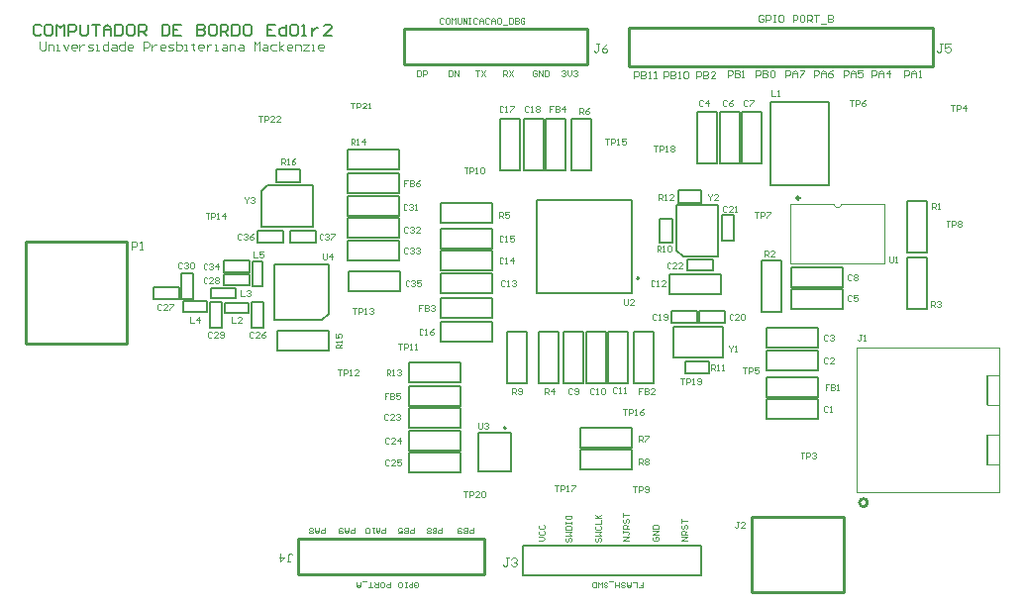
<source format=gto>
G04*
G04 #@! TF.GenerationSoftware,Altium Limited,Altium Designer,22.11.1 (43)*
G04*
G04 Layer_Color=65535*
%FSLAX44Y44*%
%MOMM*%
G71*
G04*
G04 #@! TF.SameCoordinates,C070AB6A-2F18-4790-B33B-C4DBF4FCC7D7*
G04*
G04*
G04 #@! TF.FilePolarity,Positive*
G04*
G01*
G75*
%ADD10C,0.3048*%
%ADD11C,0.1200*%
%ADD12C,0.2540*%
%ADD13C,0.2000*%
%ADD14C,0.2500*%
%ADD15C,0.1270*%
%ADD16C,0.1524*%
%ADD17C,0.1016*%
%ADD18C,0.1500*%
%ADD19C,0.0850*%
%ADD20C,0.0900*%
D10*
X866394Y527050D02*
G03*
X866394Y527050I-254J0D01*
G01*
D11*
X1034165Y590550D02*
G03*
X1040515Y590550I3175J0D01*
G01*
X996950D02*
X1034165D01*
X1040515D02*
X1076960D01*
Y539750D02*
Y590550D01*
X996950Y539750D02*
X1076960D01*
X996950D02*
Y590550D01*
X566316Y284791D02*
X568649D01*
X567482D01*
Y290623D01*
X568649Y291789D01*
X569815D01*
X570981Y290623D01*
X560485Y291789D02*
Y284791D01*
X563984Y288290D01*
X559319D01*
X1126594Y727399D02*
X1124261D01*
X1125427D01*
Y721567D01*
X1124261Y720401D01*
X1123095D01*
X1121928Y721567D01*
X1133592Y727399D02*
X1128926D01*
Y723900D01*
X1131259Y725066D01*
X1132425D01*
X1133592Y723900D01*
Y721567D01*
X1132425Y720401D01*
X1130093D01*
X1128926Y721567D01*
X433485Y551491D02*
Y558489D01*
X436984D01*
X438150Y557323D01*
Y554990D01*
X436984Y553824D01*
X433485D01*
X440483Y551491D02*
X442815D01*
X441649D01*
Y558489D01*
X440483Y557323D01*
X833224Y727399D02*
X830891D01*
X832057D01*
Y721567D01*
X830891Y720401D01*
X829725D01*
X828559Y721567D01*
X840221Y727399D02*
X837889Y726233D01*
X835556Y723900D01*
Y721567D01*
X836723Y720401D01*
X839055D01*
X840221Y721567D01*
Y722734D01*
X839055Y723900D01*
X835556D01*
X755754Y287979D02*
X753421D01*
X754587D01*
Y282147D01*
X753421Y280981D01*
X752255D01*
X751088Y282147D01*
X758086Y286813D02*
X759253Y287979D01*
X761585D01*
X762751Y286813D01*
Y285646D01*
X761585Y284480D01*
X760419D01*
X761585D01*
X762751Y283314D01*
Y282147D01*
X761585Y280981D01*
X759253D01*
X758086Y282147D01*
D12*
X1004570Y595630D02*
G03*
X1004570Y595630I-1270J0D01*
G01*
X1062569Y335280D02*
G03*
X1062569Y335280I-3389J0D01*
G01*
X666750Y709930D02*
Y740410D01*
X822960Y709930D02*
Y740410D01*
X666750Y709930D02*
X822960D01*
X666750Y740410D02*
X822960D01*
X666750Y709930D02*
Y740410D01*
X822960Y709930D02*
Y740410D01*
X666750Y709930D02*
X822960D01*
X666750Y740410D02*
X822960D01*
X575720Y273560D02*
X735330D01*
X575720Y304800D02*
X735330D01*
X575720Y273560D02*
Y304800D01*
X735330Y273560D02*
Y304800D01*
X858520Y741170D02*
X1118460D01*
X858520Y708660D02*
X1118460D01*
Y741170D01*
X858520Y708660D02*
Y741170D01*
X964000Y322830D02*
X1042000D01*
X964000Y258830D02*
X1042000D01*
Y322830D01*
X964000Y258830D02*
Y322830D01*
D13*
X753720Y399150D02*
G03*
X753720Y399150I-1000J0D01*
G01*
X555380Y491180D02*
Y538932D01*
X602370D01*
Y497022D02*
Y538932D01*
X596528Y491180D02*
X602370Y497022D01*
X555380Y491180D02*
X596528D01*
X920750Y273050D02*
Y298450D01*
X768350Y273050D02*
Y298450D01*
Y273050D02*
X920750D01*
X768350Y298450D02*
X920750D01*
X934722Y545846D02*
Y589534D01*
X899670D02*
X934722D01*
X899670Y551180D02*
Y589534D01*
Y551180D02*
X905004Y545846D01*
X934722D01*
X544576Y571498D02*
X588264D01*
Y606550D01*
X549910D02*
X588264D01*
X544576Y601216D02*
X549910Y606550D01*
X544576Y571498D02*
Y601216D01*
X896420Y459232D02*
Y485394D01*
X939346D01*
Y459232D02*
Y485394D01*
X896420Y459232D02*
X939346D01*
X1004570Y607120D02*
X1029570D01*
Y678120D01*
X979570D02*
X1029570D01*
X979570Y607120D02*
Y678120D01*
Y607120D02*
X1004570D01*
D14*
X343080Y558620D02*
X429080D01*
X343080Y471620D02*
Y558620D01*
Y471620D02*
X429080D01*
Y558620D01*
D15*
X662080Y542680D02*
Y559680D01*
X618080Y542680D02*
Y559680D01*
Y542680D02*
X662080D01*
X618082Y559680D02*
X662080D01*
Y561730D02*
Y578730D01*
X618080Y561730D02*
Y578730D01*
Y561730D02*
X662080D01*
X618082Y578730D02*
X662080D01*
Y580780D02*
Y597780D01*
X618080Y580780D02*
Y597780D01*
Y580780D02*
X662080D01*
X618082Y597780D02*
X662080D01*
X618082Y616830D02*
X662080D01*
X618080Y599830D02*
X662080D01*
X618080D02*
Y616830D01*
X662080Y599830D02*
Y616830D01*
X618080Y599830D02*
Y616830D01*
Y599830D02*
X662080D01*
Y616830D01*
X618082D02*
X662080D01*
X618082Y637150D02*
X662080D01*
X618080Y620150D02*
X662080D01*
X618080D02*
Y637150D01*
X662080Y620150D02*
Y637150D01*
X1096400Y548800D02*
X1113400D01*
X1096400Y592800D02*
X1113400D01*
X1096400Y548800D02*
Y592800D01*
X1113400Y548800D02*
Y592798D01*
X955430Y625700D02*
X972430D01*
X955430Y669700D02*
X972430D01*
X955430Y625700D02*
Y669700D01*
X972430Y625700D02*
Y669698D01*
X971940Y498130D02*
X988940D01*
X971940Y542130D02*
X988940D01*
X971940Y498130D02*
Y542130D01*
X988940Y498130D02*
Y542128D01*
X1096400Y501240D02*
X1113400D01*
X1096400Y545240D02*
X1113400D01*
X1096400Y501240D02*
Y545240D01*
X1113400Y501240D02*
Y545238D01*
X781440Y437740D02*
X798440D01*
X781440Y481740D02*
X798440D01*
X781440Y437740D02*
Y481740D01*
X798440Y437740D02*
Y481738D01*
X698090Y574430D02*
Y591430D01*
X742090Y574430D02*
Y591430D01*
X698090D02*
X742090D01*
X698090Y574430D02*
X742088D01*
X809380Y663350D02*
X826380D01*
X809380Y619350D02*
X826380D01*
Y663350D01*
X809380Y619352D02*
Y663350D01*
X817470Y382660D02*
Y399660D01*
X861470Y382660D02*
Y399660D01*
X817470D02*
X861470D01*
X817470Y382660D02*
X861468D01*
X817470Y363610D02*
Y380610D01*
X861470Y363610D02*
Y380610D01*
X817470D02*
X861470D01*
X817470Y363610D02*
X861468D01*
X754770Y437740D02*
X771770D01*
X754770Y481740D02*
X771770D01*
X754770Y437740D02*
Y481740D01*
X771770Y437740D02*
Y481738D01*
X670720Y438540D02*
Y455540D01*
X714720Y438540D02*
Y455540D01*
X670720D02*
X714720D01*
X670720Y438540D02*
X714718D01*
X558390Y465210D02*
Y482210D01*
X602390Y465210D02*
Y482210D01*
X558390D02*
X602390D01*
X558390Y465210D02*
X602388D01*
X884936Y577596D02*
X895604D01*
X884936Y557784D02*
X895604D01*
X884936D02*
Y577596D01*
X895604Y557784D02*
Y577596D01*
X926846Y445516D02*
Y456184D01*
X907034Y445516D02*
Y456184D01*
X926846D01*
X907034Y445516D02*
X926846D01*
X900684Y591566D02*
Y602234D01*
X920496Y591566D02*
Y602234D01*
X900684Y591566D02*
X920496D01*
X900684Y602234D02*
X920496D01*
X577316Y609346D02*
Y620014D01*
X557504Y609346D02*
Y620014D01*
X577316D01*
X557504Y609346D02*
X577316D01*
X976222Y442840D02*
X1020220D01*
Y425840D02*
Y442840D01*
X976220Y425840D02*
X1020220D01*
X976220D02*
Y442840D01*
X1020220Y425840D02*
Y442840D01*
X976220Y425840D02*
Y442840D01*
Y425840D02*
X1020220D01*
X976222Y442840D02*
X1020220D01*
X879720Y437740D02*
Y481738D01*
X862720Y437740D02*
X879720D01*
X862720D02*
Y481740D01*
X879720D01*
X862720Y437740D02*
X879720D01*
X862720Y481740D02*
X879720D01*
X862720Y437740D02*
Y481740D01*
X879720Y437740D02*
Y481738D01*
X698090Y493150D02*
X742088D01*
X698090D02*
Y510150D01*
X742090D01*
Y493150D02*
Y510150D01*
X698090Y493150D02*
Y510150D01*
X742090Y493150D02*
Y510150D01*
X698090D02*
X742090D01*
X698090Y493150D02*
X742088D01*
X787790Y619352D02*
Y663350D01*
X804790D01*
Y619350D02*
Y663350D01*
X787790Y619350D02*
X804790D01*
X787790Y663350D02*
X804790D01*
X787790Y619350D02*
X804790D01*
Y663350D01*
X787790Y619352D02*
Y663350D01*
X670720Y418220D02*
X714718D01*
X670720D02*
Y435220D01*
X714720D01*
Y418220D02*
Y435220D01*
X670720Y418220D02*
Y435220D01*
X714720Y418220D02*
Y435220D01*
X670720D02*
X714720D01*
X670720Y418220D02*
X714718D01*
X512826Y497078D02*
Y506094D01*
Y497078D02*
X533400D01*
X533620Y497094D02*
Y506094D01*
X512826D02*
X533620D01*
X501396Y509778D02*
Y518794D01*
Y509778D02*
X521970D01*
X522190Y509794D02*
Y518794D01*
X501396D02*
X522190D01*
X477266Y498348D02*
Y507364D01*
Y498348D02*
X497840D01*
X498060Y498364D02*
Y507364D01*
X477266D02*
X498060D01*
X536576Y520446D02*
X545592D01*
Y541020D01*
X536576Y541240D02*
X545576D01*
X536576Y520446D02*
Y541240D01*
X976220Y406790D02*
X1020218D01*
X976220Y423790D02*
X1020220D01*
Y406790D02*
Y423790D01*
X976220Y406790D02*
Y423790D01*
X976222Y465700D02*
X1020220D01*
X976220Y448700D02*
X1020220D01*
X976220D02*
Y465700D01*
X1020220Y448700D02*
Y465700D01*
X976222Y484750D02*
X1020220D01*
X976220Y467750D02*
X1020220D01*
X976220D02*
Y484750D01*
X1020220Y467750D02*
Y484750D01*
X997812Y517770D02*
X1041810D01*
X997810Y500770D02*
X1041810D01*
X997810D02*
Y517770D01*
X1041810Y500770D02*
Y517770D01*
X997810Y519820D02*
X1041808D01*
X997810Y536820D02*
X1041810D01*
Y519820D02*
Y536820D01*
X997810Y519820D02*
Y536820D01*
X820030Y437740D02*
Y481738D01*
X803030Y437740D02*
Y481740D01*
X820030D01*
X803030Y437740D02*
X820030D01*
X839080D02*
Y481738D01*
X822080Y437740D02*
Y481740D01*
X839080D01*
X822080Y437740D02*
X839080D01*
X858130D02*
Y481738D01*
X841130Y437740D02*
Y481740D01*
X858130D01*
X841130Y437740D02*
X858130D01*
X893672Y530470D02*
X937670D01*
X893670Y513470D02*
X937670D01*
X893670D02*
Y530470D01*
X937670Y513470D02*
Y530470D01*
X698090Y514740D02*
X742088D01*
X698090Y531740D02*
X742090D01*
Y514740D02*
Y531740D01*
X698090Y514740D02*
Y531740D01*
Y533790D02*
X742088D01*
X698090Y550790D02*
X742090D01*
Y533790D02*
Y550790D01*
X698090Y533790D02*
Y550790D01*
Y552840D02*
X742088D01*
X698090Y569840D02*
X742090D01*
Y552840D02*
Y569840D01*
X698090Y552840D02*
Y569840D01*
X698092Y489830D02*
X742090D01*
X698090Y472830D02*
X742090D01*
X698090D02*
Y489830D01*
X742090Y472830D02*
Y489830D01*
X765420Y619350D02*
Y663348D01*
X748420Y619350D02*
Y663350D01*
X765420D01*
X748420Y619350D02*
X765420D01*
X768740Y619352D02*
Y663350D01*
X785740Y619350D02*
Y663350D01*
X768740Y619350D02*
X785740D01*
X768740Y663350D02*
X785740D01*
X670720Y399170D02*
X714718D01*
X670720Y416170D02*
X714720D01*
Y399170D02*
Y416170D01*
X670720Y399170D02*
Y416170D01*
Y380120D02*
X714718D01*
X670720Y397120D02*
X714720D01*
Y380120D02*
Y397120D01*
X670720Y380120D02*
Y397120D01*
Y361070D02*
X714718D01*
X670720Y378070D02*
X714720D01*
Y361070D02*
Y378070D01*
X670720Y361070D02*
Y378070D01*
X618652Y533010D02*
X662650D01*
X618650Y516010D02*
X662650D01*
X618650D02*
Y533010D01*
X662650Y516010D02*
Y533010D01*
X895360Y489030D02*
Y499030D01*
X917360D01*
Y489030D02*
Y499030D01*
X895360Y489030D02*
X917360D01*
X919060D02*
Y499030D01*
X941060D01*
Y489030D02*
Y499030D01*
X919060Y489030D02*
X941060D01*
X938610Y559230D02*
X948610D01*
X938610D02*
Y581230D01*
X948610D01*
Y559230D02*
Y581230D01*
X930480Y533480D02*
Y543480D01*
X908480Y533480D02*
X930480D01*
X908480D02*
Y543480D01*
X930480D01*
X536020Y507150D02*
X546020D01*
Y485150D02*
Y507150D01*
X536020Y485150D02*
X546020D01*
X536020D02*
Y507150D01*
X474550Y509350D02*
Y519350D01*
X452550Y509350D02*
X474550D01*
X452550D02*
Y519350D01*
X474550D01*
X534240Y520780D02*
Y530780D01*
X512240Y520780D02*
X534240D01*
X512240D02*
Y530780D01*
X534240D01*
X500460Y507150D02*
X510460D01*
Y485150D02*
Y507150D01*
X500460Y485150D02*
X510460D01*
X500460D02*
Y507150D01*
X476330Y531700D02*
X486330D01*
Y509700D02*
Y531700D01*
X476330Y509700D02*
X486330D01*
X476330D02*
Y531700D01*
X512240Y532210D02*
Y542210D01*
X534240D01*
Y532210D02*
Y542210D01*
X512240Y532210D02*
X534240D01*
X541450Y557610D02*
Y567610D01*
X563450D01*
Y557610D02*
Y567610D01*
X541450Y557610D02*
X563450D01*
X591390D02*
Y567610D01*
X569390Y557610D02*
X591390D01*
X569390D02*
Y567610D01*
X591390D01*
X917330Y625700D02*
X934330D01*
X917330Y669700D02*
X934330D01*
X917330Y625700D02*
Y669700D01*
X934330Y625700D02*
Y669698D01*
X936380Y625700D02*
X953380D01*
X936380Y669700D02*
X953380D01*
X936380Y625700D02*
Y669700D01*
X953380Y625700D02*
Y669698D01*
D16*
X861060Y514350D02*
Y594360D01*
X779780Y514350D02*
Y594360D01*
Y514350D02*
X861060D01*
X779780Y594360D02*
X861060D01*
D17*
X1053084Y344424D02*
X1175004D01*
X1053084Y468122D02*
X1175004D01*
X1053084Y344424D02*
Y468122D01*
X1175004Y344424D02*
Y468122D01*
X1165207Y368300D02*
X1174420D01*
X1165207Y393700D02*
X1174420D01*
X1165207Y419100D02*
X1174420D01*
X1165207Y444500D02*
X1174420D01*
D18*
X1165207Y368300D02*
Y393516D01*
Y419285D02*
Y444500D01*
X730220Y394960D02*
X758221D01*
X730220Y361959D02*
X758221D01*
Y394960D01*
X730220Y361959D02*
Y394960D01*
X758221D01*
X730220Y361959D02*
X758221D01*
Y394960D01*
X730220Y361959D02*
Y394960D01*
X758221D01*
X730220Y361959D02*
X758221D01*
Y394960D01*
X730220Y361959D02*
Y394960D01*
X758221D01*
X730220Y361959D02*
X758221D01*
Y394960D01*
X730220Y361959D02*
Y394960D01*
X758221D01*
X730220Y361959D02*
X758221D01*
Y394960D01*
X730220Y361959D02*
Y394960D01*
X758221D01*
X730220Y361959D02*
X758221D01*
Y394960D01*
X730220Y361959D02*
Y394960D01*
X758221D01*
X730220Y361959D02*
X758221D01*
Y394960D01*
X730220Y361959D02*
Y394960D01*
X758221D01*
X730220Y361959D02*
X758221D01*
Y394960D01*
X730220Y361959D02*
Y394960D01*
X758221D01*
X730220Y361959D02*
X758221D01*
Y394960D01*
X730220Y361959D02*
Y394960D01*
X758221D01*
X730220Y361959D02*
X758221D01*
Y394960D01*
X730220Y361959D02*
Y394960D01*
X758221D01*
X730220Y361959D02*
X758221D01*
Y394960D01*
X730220Y361959D02*
Y394960D01*
X758221D01*
X730220Y361959D02*
X758221D01*
Y394960D01*
X730220Y361959D02*
Y394960D01*
X758221D01*
X730220Y361959D02*
X758221D01*
Y394960D01*
X730220Y361959D02*
Y394960D01*
X758221D01*
X730220Y361959D02*
X758221D01*
Y394960D01*
X730220Y361959D02*
Y394960D01*
X758221D01*
X730220Y361959D02*
X758221D01*
Y394960D01*
X730220Y361959D02*
Y394960D01*
X758221D01*
X730220Y361959D02*
X758221D01*
Y394960D01*
X730220Y361959D02*
Y394960D01*
X758221D01*
X730220Y361959D02*
X758221D01*
Y394960D01*
X730220Y361959D02*
Y394960D01*
X758221D01*
X730220Y361959D02*
X758221D01*
Y394960D01*
X730220Y361959D02*
Y394960D01*
X758221D01*
X730220Y361959D02*
X758221D01*
Y394960D01*
X730220Y361959D02*
Y394960D01*
X758221D01*
X730220Y361959D02*
X758221D01*
Y394960D01*
X730220Y361959D02*
Y394960D01*
X758221D01*
X730220Y361959D02*
X758221D01*
Y394960D01*
X730220Y361959D02*
Y394960D01*
X758221D01*
X730220Y361959D02*
X758221D01*
Y394960D01*
X730220Y361959D02*
Y394960D01*
X758221D01*
X730220Y361959D02*
X758221D01*
Y394960D01*
X730220Y361959D02*
Y394960D01*
X758221D01*
X730220Y361959D02*
X758221D01*
Y394960D01*
X730220Y361959D02*
Y394960D01*
X758221D01*
X730220Y361959D02*
X758221D01*
Y394960D01*
X730220Y361959D02*
Y394960D01*
X758221D01*
X730220Y361959D02*
X758221D01*
Y394960D01*
X730220Y361959D02*
Y394960D01*
X758221D01*
X730220Y361959D02*
X758221D01*
Y394960D01*
X730220Y361959D02*
Y394960D01*
X758221D01*
X730220Y361959D02*
X758221D01*
Y394960D01*
X730220Y361959D02*
Y394960D01*
X758221D01*
X730220Y361959D02*
X758221D01*
Y394960D01*
X730220Y361959D02*
Y394960D01*
X758221D01*
X730220Y361959D02*
X758221D01*
Y394960D01*
X730220Y361959D02*
Y394960D01*
X758221D01*
X730220Y361959D02*
X758221D01*
Y394960D01*
X730220Y361959D02*
Y394960D01*
X758221D01*
X730220Y361959D02*
X758221D01*
Y394960D01*
X730220Y361959D02*
Y394960D01*
X356144Y742621D02*
X354478Y744287D01*
X351146D01*
X349480Y742621D01*
Y735956D01*
X351146Y734290D01*
X354478D01*
X356144Y735956D01*
X364475Y744287D02*
X361143D01*
X359477Y742621D01*
Y735956D01*
X361143Y734290D01*
X364475D01*
X366141Y735956D01*
Y742621D01*
X364475Y744287D01*
X369473Y734290D02*
Y744287D01*
X372806Y740955D01*
X376138Y744287D01*
Y734290D01*
X379470D02*
Y744287D01*
X384469D01*
X386135Y742621D01*
Y739288D01*
X384469Y737622D01*
X379470D01*
X389467Y744287D02*
Y735956D01*
X391133Y734290D01*
X394465D01*
X396132Y735956D01*
Y744287D01*
X399464D02*
X406128D01*
X402796D01*
Y734290D01*
X409461D02*
Y740955D01*
X412793Y744287D01*
X416125Y740955D01*
Y734290D01*
Y739288D01*
X409461D01*
X419457Y744287D02*
Y734290D01*
X424456D01*
X426122Y735956D01*
Y742621D01*
X424456Y744287D01*
X419457D01*
X434453D02*
X431120D01*
X429454Y742621D01*
Y735956D01*
X431120Y734290D01*
X434453D01*
X436119Y735956D01*
Y742621D01*
X434453Y744287D01*
X439451Y734290D02*
Y744287D01*
X444449D01*
X446115Y742621D01*
Y739288D01*
X444449Y737622D01*
X439451D01*
X442783D02*
X446115Y734290D01*
X459445Y744287D02*
Y734290D01*
X464443D01*
X466109Y735956D01*
Y742621D01*
X464443Y744287D01*
X459445D01*
X476106D02*
X469441D01*
Y734290D01*
X476106D01*
X469441Y739288D02*
X472774D01*
X489435Y744287D02*
Y734290D01*
X494433D01*
X496099Y735956D01*
Y737622D01*
X494433Y739288D01*
X489435D01*
X494433D01*
X496099Y740955D01*
Y742621D01*
X494433Y744287D01*
X489435D01*
X504430D02*
X501098D01*
X499432Y742621D01*
Y735956D01*
X501098Y734290D01*
X504430D01*
X506096Y735956D01*
Y742621D01*
X504430Y744287D01*
X509428Y734290D02*
Y744287D01*
X514427D01*
X516093Y742621D01*
Y739288D01*
X514427Y737622D01*
X509428D01*
X512761D02*
X516093Y734290D01*
X519425Y744287D02*
Y734290D01*
X524424D01*
X526090Y735956D01*
Y742621D01*
X524424Y744287D01*
X519425D01*
X534420D02*
X531088D01*
X529422Y742621D01*
Y735956D01*
X531088Y734290D01*
X534420D01*
X536087Y735956D01*
Y742621D01*
X534420Y744287D01*
X556080D02*
X549416D01*
Y734290D01*
X556080D01*
X549416Y739288D02*
X552748D01*
X566077Y744287D02*
Y734290D01*
X561078D01*
X559412Y735956D01*
Y739288D01*
X561078Y740955D01*
X566077D01*
X569409Y742621D02*
X571075Y744287D01*
X574408D01*
X576074Y742621D01*
Y735956D01*
X574408Y734290D01*
X571075D01*
X569409Y735956D01*
Y742621D01*
X579406Y734290D02*
X582738D01*
X581072D01*
Y744287D01*
X579406Y742621D01*
X587737Y740955D02*
Y734290D01*
Y737622D01*
X589403Y739288D01*
X591069Y740955D01*
X592735D01*
X604398Y734290D02*
X597733D01*
X604398Y740955D01*
Y742621D01*
X602732Y744287D01*
X599399D01*
X597733Y742621D01*
D19*
X677760Y704518D02*
Y699520D01*
X680259D01*
X681092Y700353D01*
Y703685D01*
X680259Y704518D01*
X677760D01*
X682758Y699520D02*
Y704518D01*
X685257D01*
X686091Y703685D01*
Y702019D01*
X685257Y701186D01*
X682758D01*
X751420Y699520D02*
Y704518D01*
X753919D01*
X754752Y703685D01*
Y702019D01*
X753919Y701186D01*
X751420D01*
X753086D02*
X754752Y699520D01*
X756418Y704518D02*
X759751Y699520D01*
Y704518D02*
X756418Y699520D01*
X727290Y704518D02*
X730622D01*
X728956D01*
Y699520D01*
X732288Y704518D02*
X735621Y699520D01*
Y704518D02*
X732288Y699520D01*
X780152Y703685D02*
X779319Y704518D01*
X777653D01*
X776820Y703685D01*
Y700353D01*
X777653Y699520D01*
X779319D01*
X780152Y700353D01*
Y702019D01*
X778486D01*
X781818Y699520D02*
Y704518D01*
X785151Y699520D01*
Y704518D01*
X786817D02*
Y699520D01*
X789316D01*
X790149Y700353D01*
Y703685D01*
X789316Y704518D01*
X786817D01*
X704430D02*
Y699520D01*
X706929D01*
X707762Y700353D01*
Y703685D01*
X706929Y704518D01*
X704430D01*
X709428Y699520D02*
Y704518D01*
X712761Y699520D01*
Y704518D01*
X800950Y703685D02*
X801783Y704518D01*
X803449D01*
X804282Y703685D01*
Y702852D01*
X803449Y702019D01*
X802616D01*
X803449D01*
X804282Y701186D01*
Y700353D01*
X803449Y699520D01*
X801783D01*
X800950Y700353D01*
X805948Y704518D02*
Y701186D01*
X807615Y699520D01*
X809281Y701186D01*
Y704518D01*
X810947Y703685D02*
X811780Y704518D01*
X813446D01*
X814279Y703685D01*
Y702852D01*
X813446Y702019D01*
X812613D01*
X813446D01*
X814279Y701186D01*
Y700353D01*
X813446Y699520D01*
X811780D01*
X810947Y700353D01*
X700142Y748798D02*
X699309Y749631D01*
X697643D01*
X696810Y748798D01*
Y745466D01*
X697643Y744633D01*
X699309D01*
X700142Y745466D01*
X704307Y749631D02*
X702641D01*
X701808Y748798D01*
Y745466D01*
X702641Y744633D01*
X704307D01*
X705141Y745466D01*
Y748798D01*
X704307Y749631D01*
X706807Y744633D02*
Y749631D01*
X708473Y747965D01*
X710139Y749631D01*
Y744633D01*
X711805Y749631D02*
Y745466D01*
X712638Y744633D01*
X714304D01*
X715137Y745466D01*
Y749631D01*
X716803Y744633D02*
Y749631D01*
X720136Y744633D01*
Y749631D01*
X721802D02*
X723468D01*
X722635D01*
Y744633D01*
X721802D01*
X723468D01*
X729299Y748798D02*
X728466Y749631D01*
X726800D01*
X725967Y748798D01*
Y745466D01*
X726800Y744633D01*
X728466D01*
X729299Y745466D01*
X730965Y744633D02*
Y747965D01*
X732632Y749631D01*
X734298Y747965D01*
Y744633D01*
Y747132D01*
X730965D01*
X739296Y748798D02*
X738463Y749631D01*
X736797D01*
X735964Y748798D01*
Y745466D01*
X736797Y744633D01*
X738463D01*
X739296Y745466D01*
X740962Y744633D02*
Y747965D01*
X742628Y749631D01*
X744294Y747965D01*
Y744633D01*
Y747132D01*
X740962D01*
X748460Y749631D02*
X746794D01*
X745961Y748798D01*
Y745466D01*
X746794Y744633D01*
X748460D01*
X749293Y745466D01*
Y748798D01*
X748460Y749631D01*
X750959Y743800D02*
X754291Y743800D01*
X755957Y749631D02*
Y744633D01*
X758456D01*
X759289Y745466D01*
Y748798D01*
X758456Y749631D01*
X755957D01*
X760956D02*
Y744633D01*
X763455D01*
X764288Y745466D01*
Y746299D01*
X763455Y747132D01*
X760956D01*
X763455D01*
X764288Y747965D01*
Y748798D01*
X763455Y749631D01*
X760956D01*
X769286Y748798D02*
X768453Y749631D01*
X766787D01*
X765954Y748798D01*
Y745466D01*
X766787Y744633D01*
X768453D01*
X769286Y745466D01*
Y747132D01*
X767620D01*
X675268Y263392D02*
X676101Y262559D01*
X677767D01*
X678600Y263392D01*
Y266724D01*
X677767Y267557D01*
X676101D01*
X675268Y266724D01*
Y265058D01*
X676934D01*
X673602Y267557D02*
Y262559D01*
X671103D01*
X670269Y263392D01*
Y265058D01*
X671103Y265891D01*
X673602D01*
X668603Y262559D02*
X666937D01*
X667770D01*
Y267557D01*
X668603D01*
X666937D01*
X661939Y262559D02*
X663605D01*
X664438Y263392D01*
Y266724D01*
X663605Y267557D01*
X661939D01*
X661106Y266724D01*
Y263392D01*
X661939Y262559D01*
X654441Y267557D02*
Y262559D01*
X651942D01*
X651109Y263392D01*
Y265058D01*
X651942Y265891D01*
X654441D01*
X646944Y262559D02*
X648610D01*
X649443Y263392D01*
Y266724D01*
X648610Y267557D01*
X646944D01*
X646111Y266724D01*
Y263392D01*
X646944Y262559D01*
X644445Y267557D02*
Y262559D01*
X641945D01*
X641112Y263392D01*
Y265058D01*
X641945Y265891D01*
X644445D01*
X642778D02*
X641112Y267557D01*
X639446Y262559D02*
X636114D01*
X637780D01*
Y267557D01*
X634448Y268390D02*
X631115D01*
X629449Y267557D02*
Y264225D01*
X627783Y262559D01*
X626117Y264225D01*
Y267557D01*
Y265058D01*
X629449D01*
X598590Y314110D02*
Y309111D01*
X596091D01*
X595258Y309945D01*
Y311611D01*
X596091Y312444D01*
X598590D01*
X593592Y314110D02*
Y310778D01*
X591926Y309111D01*
X590259Y310778D01*
Y314110D01*
Y311611D01*
X593592D01*
X588593Y309945D02*
X587760Y309111D01*
X586094D01*
X585261Y309945D01*
Y310778D01*
X586094Y311611D01*
X585261Y312444D01*
Y313277D01*
X586094Y314110D01*
X587760D01*
X588593Y313277D01*
Y312444D01*
X587760Y311611D01*
X588593Y310778D01*
Y309945D01*
X587760Y311611D02*
X586094D01*
X650660Y314110D02*
Y309112D01*
X648161D01*
X647328Y309945D01*
Y311611D01*
X648161Y312444D01*
X650660D01*
X645662Y314110D02*
Y310778D01*
X643996Y309112D01*
X642329Y310778D01*
Y314110D01*
Y311611D01*
X645662D01*
X640663Y314110D02*
X638997D01*
X639830D01*
Y309112D01*
X640663Y309945D01*
X636498D02*
X635665Y309112D01*
X633999D01*
X633166Y309945D01*
Y313277D01*
X633999Y314110D01*
X635665D01*
X636498Y313277D01*
Y309945D01*
X623990Y314110D02*
Y309111D01*
X621491D01*
X620658Y309945D01*
Y311611D01*
X621491Y312444D01*
X623990D01*
X618992Y314110D02*
Y310778D01*
X617326Y309111D01*
X615659Y310778D01*
Y314110D01*
Y311611D01*
X618992D01*
X613993Y313277D02*
X613160Y314110D01*
X611494D01*
X610661Y313277D01*
Y309945D01*
X611494Y309111D01*
X613160D01*
X613993Y309945D01*
Y310778D01*
X613160Y311611D01*
X610661D01*
X698920Y314110D02*
Y309111D01*
X696421D01*
X695588Y309945D01*
Y311611D01*
X696421Y312444D01*
X698920D01*
X693922Y309111D02*
Y314110D01*
X691422D01*
X690589Y313277D01*
Y312444D01*
X691422Y311611D01*
X693922D01*
X691422D01*
X690589Y310778D01*
Y309945D01*
X691422Y309111D01*
X693922D01*
X688923Y309945D02*
X688090Y309111D01*
X686424D01*
X685591Y309945D01*
Y310778D01*
X686424Y311611D01*
X685591Y312444D01*
Y313277D01*
X686424Y314110D01*
X688090D01*
X688923Y313277D01*
Y312444D01*
X688090Y311611D01*
X688923Y310778D01*
Y309945D01*
X688090Y311611D02*
X686424D01*
X674790Y314110D02*
Y309111D01*
X672291D01*
X671458Y309945D01*
Y311611D01*
X672291Y312444D01*
X674790D01*
X669792Y309111D02*
Y314110D01*
X667292D01*
X666459Y313277D01*
Y312444D01*
X667292Y311611D01*
X669792D01*
X667292D01*
X666459Y310778D01*
Y309945D01*
X667292Y309111D01*
X669792D01*
X661461D02*
X664793D01*
Y311611D01*
X663127Y310778D01*
X662294D01*
X661461Y311611D01*
Y313277D01*
X662294Y314110D01*
X663960D01*
X664793Y313277D01*
X725590Y314110D02*
Y309111D01*
X723091D01*
X722258Y309945D01*
Y311611D01*
X723091Y312444D01*
X725590D01*
X720592Y309111D02*
Y314110D01*
X718092D01*
X717259Y313277D01*
Y312444D01*
X718092Y311611D01*
X720592D01*
X718092D01*
X717259Y310778D01*
Y309945D01*
X718092Y309111D01*
X720592D01*
X715593Y313277D02*
X714760Y314110D01*
X713094D01*
X712261Y313277D01*
Y309945D01*
X713094Y309111D01*
X714760D01*
X715593Y309945D01*
Y310778D01*
X714760Y311611D01*
X712261D01*
X863180Y698080D02*
Y704078D01*
X866179D01*
X867179Y703078D01*
Y701079D01*
X866179Y700079D01*
X863180D01*
X869178Y704078D02*
Y698080D01*
X872177D01*
X873177Y699080D01*
Y700079D01*
X872177Y701079D01*
X869178D01*
X872177D01*
X873177Y702079D01*
Y703078D01*
X872177Y704078D01*
X869178D01*
X875176Y698080D02*
X877176D01*
X876176D01*
Y704078D01*
X875176Y703078D01*
X880174Y698080D02*
X882174D01*
X881174D01*
Y704078D01*
X880174Y703078D01*
X888580Y698080D02*
Y704078D01*
X891579D01*
X892579Y703078D01*
Y701079D01*
X891579Y700079D01*
X888580D01*
X894578Y704078D02*
Y698080D01*
X897577D01*
X898577Y699080D01*
Y700079D01*
X897577Y701079D01*
X894578D01*
X897577D01*
X898577Y702079D01*
Y703078D01*
X897577Y704078D01*
X894578D01*
X900576Y698080D02*
X902576D01*
X901576D01*
Y704078D01*
X900576Y703078D01*
X905574D02*
X906574Y704078D01*
X908574D01*
X909573Y703078D01*
Y699080D01*
X908574Y698080D01*
X906574D01*
X905574Y699080D01*
Y703078D01*
X916520Y698080D02*
Y704078D01*
X919519D01*
X920519Y703078D01*
Y701079D01*
X919519Y700079D01*
X916520D01*
X922518Y704078D02*
Y698080D01*
X925517D01*
X926517Y699080D01*
Y700079D01*
X925517Y701079D01*
X922518D01*
X925517D01*
X926517Y702079D01*
Y703078D01*
X925517Y704078D01*
X922518D01*
X932515Y698080D02*
X928516D01*
X932515Y702079D01*
Y703078D01*
X931515Y704078D01*
X929516D01*
X928516Y703078D01*
X943190Y699020D02*
Y705018D01*
X946189D01*
X947189Y704018D01*
Y702019D01*
X946189Y701019D01*
X943190D01*
X949188Y705018D02*
Y699020D01*
X952187D01*
X953187Y700020D01*
Y701019D01*
X952187Y702019D01*
X949188D01*
X952187D01*
X953187Y703019D01*
Y704018D01*
X952187Y705018D01*
X949188D01*
X955186Y699020D02*
X957186D01*
X956186D01*
Y705018D01*
X955186Y704018D01*
X973859Y751068D02*
X972859Y752068D01*
X970860D01*
X969860Y751068D01*
Y747069D01*
X970860Y746070D01*
X972859D01*
X973859Y747069D01*
Y749069D01*
X971859D01*
X975858Y746070D02*
Y752068D01*
X978857D01*
X979857Y751068D01*
Y749069D01*
X978857Y748069D01*
X975858D01*
X981856Y752068D02*
X983856D01*
X982856D01*
Y746070D01*
X981856D01*
X983856D01*
X989854Y752068D02*
X987854D01*
X986854Y751068D01*
Y747069D01*
X987854Y746070D01*
X989854D01*
X990853Y747069D01*
Y751068D01*
X989854Y752068D01*
X998851Y746070D02*
Y752068D01*
X1001850D01*
X1002849Y751068D01*
Y749069D01*
X1001850Y748069D01*
X998851D01*
X1007848Y752068D02*
X1005848D01*
X1004849Y751068D01*
Y747069D01*
X1005848Y746070D01*
X1007848D01*
X1008847Y747069D01*
Y751068D01*
X1007848Y752068D01*
X1010847Y746070D02*
Y752068D01*
X1013846D01*
X1014845Y751068D01*
Y749069D01*
X1013846Y748069D01*
X1010847D01*
X1012846D02*
X1014845Y746070D01*
X1016845Y752068D02*
X1020843D01*
X1018844D01*
Y746070D01*
X1022843Y745070D02*
X1026842D01*
X1028841Y752068D02*
Y746070D01*
X1031840D01*
X1032840Y747069D01*
Y748069D01*
X1031840Y749069D01*
X1028841D01*
X1031840D01*
X1032840Y750068D01*
Y751068D01*
X1031840Y752068D01*
X1028841D01*
X1094320Y699020D02*
Y705018D01*
X1097319D01*
X1098319Y704018D01*
Y702019D01*
X1097319Y701019D01*
X1094320D01*
X1100318Y699020D02*
Y703019D01*
X1102317Y705018D01*
X1104317Y703019D01*
Y699020D01*
Y702019D01*
X1100318D01*
X1106316Y699020D02*
X1108316D01*
X1107316D01*
Y705018D01*
X1106316Y704018D01*
X1066380Y699020D02*
Y705018D01*
X1069379D01*
X1070379Y704018D01*
Y702019D01*
X1069379Y701019D01*
X1066380D01*
X1072378Y699020D02*
Y703019D01*
X1074377Y705018D01*
X1076377Y703019D01*
Y699020D01*
Y702019D01*
X1072378D01*
X1081375Y699020D02*
Y705018D01*
X1078376Y702019D01*
X1082375D01*
X1042250Y699020D02*
Y705018D01*
X1045249D01*
X1046249Y704018D01*
Y702019D01*
X1045249Y701019D01*
X1042250D01*
X1048248Y699020D02*
Y703019D01*
X1050247Y705018D01*
X1052247Y703019D01*
Y699020D01*
Y702019D01*
X1048248D01*
X1058245Y705018D02*
X1054246D01*
Y702019D01*
X1056245Y703019D01*
X1057245D01*
X1058245Y702019D01*
Y700020D01*
X1057245Y699020D01*
X1055246D01*
X1054246Y700020D01*
X1016850Y699020D02*
Y705018D01*
X1019849D01*
X1020849Y704018D01*
Y702019D01*
X1019849Y701019D01*
X1016850D01*
X1022848Y699020D02*
Y703019D01*
X1024847Y705018D01*
X1026847Y703019D01*
Y699020D01*
Y702019D01*
X1022848D01*
X1032845Y705018D02*
X1030845Y704018D01*
X1028846Y702019D01*
Y700020D01*
X1029846Y699020D01*
X1031845D01*
X1032845Y700020D01*
Y701019D01*
X1031845Y702019D01*
X1028846D01*
X992720Y699020D02*
Y705018D01*
X995719D01*
X996719Y704018D01*
Y702019D01*
X995719Y701019D01*
X992720D01*
X998718Y699020D02*
Y703019D01*
X1000717Y705018D01*
X1002717Y703019D01*
Y699020D01*
Y702019D01*
X998718D01*
X1004716Y705018D02*
X1008715D01*
Y704018D01*
X1004716Y700020D01*
Y699020D01*
X967320D02*
Y705018D01*
X970319D01*
X971319Y704018D01*
Y702019D01*
X970319Y701019D01*
X967320D01*
X973318Y705018D02*
Y699020D01*
X976317D01*
X977317Y700020D01*
Y701019D01*
X976317Y702019D01*
X973318D01*
X976317D01*
X977317Y703019D01*
Y704018D01*
X976317Y705018D01*
X973318D01*
X979316Y704018D02*
X980316Y705018D01*
X982315D01*
X983315Y704018D01*
Y700020D01*
X982315Y699020D01*
X980316D01*
X979316Y700020D01*
Y704018D01*
X867038Y262559D02*
X870370D01*
Y265058D01*
X868704D01*
X870370D01*
Y267557D01*
X865371Y262559D02*
Y267557D01*
X862039D01*
X860373D02*
Y264225D01*
X858707Y262559D01*
X857041Y264225D01*
Y267557D01*
Y265058D01*
X860373D01*
X852043Y263392D02*
X852876Y262559D01*
X854542D01*
X855375Y263392D01*
Y264225D01*
X854542Y265058D01*
X852876D01*
X852043Y265891D01*
Y266724D01*
X852876Y267557D01*
X854542D01*
X855375Y266724D01*
X850377Y262559D02*
Y267557D01*
Y265058D01*
X847044D01*
Y262559D01*
Y267557D01*
X845378Y268390D02*
X842046D01*
X837048Y263392D02*
X837880Y262559D01*
X839547D01*
X840380Y263392D01*
Y264225D01*
X839547Y265058D01*
X837880D01*
X837048Y265891D01*
Y266724D01*
X837880Y267557D01*
X839547D01*
X840380Y266724D01*
X835381Y262559D02*
Y267557D01*
X833715Y265891D01*
X832049Y267557D01*
Y262559D01*
X830383D02*
Y267557D01*
X827884D01*
X827051Y266724D01*
Y263392D01*
X827884Y262559D01*
X830383D01*
X880175Y306442D02*
X879342Y305609D01*
Y303943D01*
X880175Y303110D01*
X883507D01*
X884340Y303943D01*
Y305609D01*
X883507Y306442D01*
X881841D01*
Y304776D01*
X884340Y308108D02*
X879342D01*
X884340Y311441D01*
X879342D01*
Y313107D02*
X884340D01*
Y315606D01*
X883507Y316439D01*
X880175D01*
X879342Y315606D01*
Y313107D01*
X858940Y303110D02*
X853942D01*
X858940Y306442D01*
X853942D01*
Y311441D02*
Y309774D01*
Y310607D01*
X858107D01*
X858940Y309774D01*
Y308941D01*
X858107Y308108D01*
X858940Y313107D02*
X853942D01*
Y315606D01*
X854775Y316439D01*
X856441D01*
X857274Y315606D01*
Y313107D01*
Y314773D02*
X858940Y316439D01*
X854775Y321437D02*
X853942Y320604D01*
Y318938D01*
X854775Y318105D01*
X855608D01*
X856441Y318938D01*
Y320604D01*
X857274Y321437D01*
X858107D01*
X858940Y320604D01*
Y318938D01*
X858107Y318105D01*
X853942Y323103D02*
Y326436D01*
Y324770D01*
X858940D01*
X830645Y305172D02*
X829812Y304339D01*
Y302673D01*
X830645Y301840D01*
X831478D01*
X832311Y302673D01*
Y304339D01*
X833144Y305172D01*
X833977D01*
X834810Y304339D01*
Y302673D01*
X833977Y301840D01*
X829812Y306838D02*
X834810D01*
X833144Y308505D01*
X834810Y310171D01*
X829812D01*
X830645Y315169D02*
X829812Y314336D01*
Y312670D01*
X830645Y311837D01*
X833977D01*
X834810Y312670D01*
Y314336D01*
X833977Y315169D01*
X829812Y316835D02*
X834810D01*
Y320167D01*
X829812Y321833D02*
X834810D01*
X833144D01*
X829812Y325166D01*
X832311Y322667D01*
X834810Y325166D01*
X805245Y305172D02*
X804412Y304339D01*
Y302673D01*
X805245Y301840D01*
X806078D01*
X806911Y302673D01*
Y304339D01*
X807744Y305172D01*
X808577D01*
X809410Y304339D01*
Y302673D01*
X808577Y301840D01*
X804412Y306838D02*
X809410D01*
X807744Y308505D01*
X809410Y310171D01*
X804412D01*
Y311837D02*
X809410D01*
Y314336D01*
X808577Y315169D01*
X805245D01*
X804412Y314336D01*
Y311837D01*
Y316835D02*
Y318501D01*
Y317668D01*
X809410D01*
Y316835D01*
Y318501D01*
X804412Y323500D02*
Y321833D01*
X805245Y321000D01*
X808577D01*
X809410Y321833D01*
Y323500D01*
X808577Y324333D01*
X805245D01*
X804412Y323500D01*
X781552Y302870D02*
X784884D01*
X786550Y304536D01*
X784884Y306202D01*
X781552D01*
X782385Y311201D02*
X781552Y310368D01*
Y308701D01*
X782385Y307868D01*
X785717D01*
X786550Y308701D01*
Y310368D01*
X785717Y311201D01*
X782385Y316199D02*
X781552Y315366D01*
Y313700D01*
X782385Y312867D01*
X785717D01*
X786550Y313700D01*
Y315366D01*
X785717Y316199D01*
X908470Y303110D02*
X903472D01*
X908470Y306442D01*
X903472D01*
X908470Y308108D02*
X903472D01*
Y310607D01*
X904305Y311441D01*
X905971D01*
X906804Y310607D01*
Y308108D01*
Y309774D02*
X908470Y311441D01*
X904305Y316439D02*
X903472Y315606D01*
Y313940D01*
X904305Y313107D01*
X905138D01*
X905971Y313940D01*
Y315606D01*
X906804Y316439D01*
X907637D01*
X908470Y315606D01*
Y313940D01*
X907637Y313107D01*
X903472Y318105D02*
Y321437D01*
Y319771D01*
X908470D01*
X596935Y548049D02*
Y543884D01*
X597768Y543051D01*
X599434D01*
X600267Y543884D01*
Y548049D01*
X604432Y543051D02*
Y548049D01*
X601933Y545550D01*
X605265D01*
X530505Y596859D02*
Y596026D01*
X532171Y594360D01*
X533837Y596026D01*
Y596859D01*
X532171Y594360D02*
Y591861D01*
X535503Y596026D02*
X536336Y596859D01*
X538002D01*
X538835Y596026D01*
Y595193D01*
X538002Y594360D01*
X537169D01*
X538002D01*
X538835Y593527D01*
Y592694D01*
X538002Y591861D01*
X536336D01*
X535503Y592694D01*
X926745Y599399D02*
Y598566D01*
X928411Y596900D01*
X930077Y598566D01*
Y599399D01*
X928411Y596900D02*
Y594401D01*
X935075D02*
X931743D01*
X935075Y597733D01*
Y598566D01*
X934242Y599399D01*
X932576D01*
X931743Y598566D01*
X944088Y469859D02*
Y469026D01*
X945754Y467360D01*
X947420Y469026D01*
Y469859D01*
X945754Y467360D02*
Y464861D01*
X949086D02*
X950752D01*
X949919D01*
Y469859D01*
X949086Y469026D01*
X729895Y403819D02*
Y399654D01*
X730728Y398821D01*
X732394D01*
X733227Y399654D01*
Y403819D01*
X734893Y402986D02*
X735726Y403819D01*
X737392D01*
X738225Y402986D01*
Y402153D01*
X737392Y401320D01*
X736559D01*
X737392D01*
X738225Y400487D01*
Y399654D01*
X737392Y398821D01*
X735726D01*
X734893Y399654D01*
X854355Y509229D02*
Y505064D01*
X855188Y504231D01*
X856854D01*
X857687Y505064D01*
Y509229D01*
X862685Y504231D02*
X859353D01*
X862685Y507563D01*
Y508396D01*
X861852Y509229D01*
X860186D01*
X859353Y508396D01*
X1081248Y546059D02*
Y541894D01*
X1082081Y541061D01*
X1083747D01*
X1084580Y541894D01*
Y546059D01*
X1086246Y541061D02*
X1087912D01*
X1087079D01*
Y546059D01*
X1086246Y545226D01*
X542290Y665906D02*
X545622D01*
X543956D01*
Y660908D01*
X547288D02*
Y665906D01*
X549787D01*
X550621Y665073D01*
Y663407D01*
X549787Y662574D01*
X547288D01*
X555619Y660908D02*
X552287D01*
X555619Y664240D01*
Y665073D01*
X554786Y665906D01*
X553120D01*
X552287Y665073D01*
X560617Y660908D02*
X557285D01*
X560617Y664240D01*
Y665073D01*
X559784Y665906D01*
X558118D01*
X557285Y665073D01*
X621030Y677336D02*
X624362D01*
X622696D01*
Y672338D01*
X626028D02*
Y677336D01*
X628527D01*
X629361Y676503D01*
Y674837D01*
X628527Y674004D01*
X626028D01*
X634359Y672338D02*
X631027D01*
X634359Y675670D01*
Y676503D01*
X633526Y677336D01*
X631860D01*
X631027Y676503D01*
X636025Y672338D02*
X637691D01*
X636858D01*
Y677336D01*
X636025Y676503D01*
X717276Y345399D02*
X720609D01*
X718942D01*
Y340401D01*
X722275D02*
Y345399D01*
X724774D01*
X725607Y344566D01*
Y342900D01*
X724774Y342067D01*
X722275D01*
X730605Y340401D02*
X727273D01*
X730605Y343733D01*
Y344566D01*
X729772Y345399D01*
X728106D01*
X727273Y344566D01*
X732271D02*
X733104Y345399D01*
X734771D01*
X735604Y344566D01*
Y341234D01*
X734771Y340401D01*
X733104D01*
X732271Y341234D01*
Y344566D01*
X902618Y441424D02*
X905950D01*
X904284D01*
Y436426D01*
X907616D02*
Y441424D01*
X910115D01*
X910948Y440591D01*
Y438925D01*
X910115Y438092D01*
X907616D01*
X912615Y436426D02*
X914281D01*
X913448D01*
Y441424D01*
X912615Y440591D01*
X916780Y437259D02*
X917613Y436426D01*
X919279D01*
X920112Y437259D01*
Y440591D01*
X919279Y441424D01*
X917613D01*
X916780Y440591D01*
Y439758D01*
X917613Y438925D01*
X920112D01*
X880110Y640506D02*
X883442D01*
X881776D01*
Y635508D01*
X885108D02*
Y640506D01*
X887607D01*
X888441Y639673D01*
Y638007D01*
X887607Y637174D01*
X885108D01*
X890107Y635508D02*
X891773D01*
X890940D01*
Y640506D01*
X890107Y639673D01*
X894272D02*
X895105Y640506D01*
X896771D01*
X897604Y639673D01*
Y638840D01*
X896771Y638007D01*
X897604Y637174D01*
Y636341D01*
X896771Y635508D01*
X895105D01*
X894272Y636341D01*
Y637174D01*
X895105Y638007D01*
X894272Y638840D01*
Y639673D01*
X895105Y638007D02*
X896771D01*
X795163Y350479D02*
X798495D01*
X796829D01*
Y345481D01*
X800161D02*
Y350479D01*
X802660D01*
X803493Y349646D01*
Y347980D01*
X802660Y347147D01*
X800161D01*
X805160Y345481D02*
X806826D01*
X805993D01*
Y350479D01*
X805160Y349646D01*
X809325Y350479D02*
X812657D01*
Y349646D01*
X809325Y346314D01*
Y345481D01*
X853583Y415249D02*
X856915D01*
X855249D01*
Y410251D01*
X858581D02*
Y415249D01*
X861080D01*
X861914Y414416D01*
Y412750D01*
X861080Y411917D01*
X858581D01*
X863580Y410251D02*
X865246D01*
X864413D01*
Y415249D01*
X863580Y414416D01*
X871077Y415249D02*
X869411Y414416D01*
X867745Y412750D01*
Y411084D01*
X868578Y410251D01*
X870244D01*
X871077Y411084D01*
Y411917D01*
X870244Y412750D01*
X867745D01*
X838343Y646389D02*
X841675D01*
X840009D01*
Y641391D01*
X843341D02*
Y646389D01*
X845840D01*
X846674Y645556D01*
Y643890D01*
X845840Y643057D01*
X843341D01*
X848340Y641391D02*
X850006D01*
X849173D01*
Y646389D01*
X848340Y645556D01*
X855837Y646389D02*
X852505D01*
Y643890D01*
X854171Y644723D01*
X855004D01*
X855837Y643890D01*
Y642224D01*
X855004Y641391D01*
X853338D01*
X852505Y642224D01*
X496713Y582889D02*
X500045D01*
X498379D01*
Y577891D01*
X501711D02*
Y582889D01*
X504210D01*
X505043Y582056D01*
Y580390D01*
X504210Y579557D01*
X501711D01*
X506710Y577891D02*
X508376D01*
X507543D01*
Y582889D01*
X506710Y582056D01*
X513374Y577891D02*
Y582889D01*
X510875Y580390D01*
X514207D01*
X622443Y501609D02*
X625775D01*
X624109D01*
Y496611D01*
X627441D02*
Y501609D01*
X629940D01*
X630774Y500776D01*
Y499110D01*
X629940Y498277D01*
X627441D01*
X632440Y496611D02*
X634106D01*
X633273D01*
Y501609D01*
X632440Y500776D01*
X636605D02*
X637438Y501609D01*
X639104D01*
X639937Y500776D01*
Y499943D01*
X639104Y499110D01*
X638271D01*
X639104D01*
X639937Y498277D01*
Y497444D01*
X639104Y496611D01*
X637438D01*
X636605Y497444D01*
X609743Y449539D02*
X613075D01*
X611409D01*
Y444541D01*
X614741D02*
Y449539D01*
X617240D01*
X618074Y448706D01*
Y447040D01*
X617240Y446207D01*
X614741D01*
X619740Y444541D02*
X621406D01*
X620573D01*
Y449539D01*
X619740Y448706D01*
X627237Y444541D02*
X623905D01*
X627237Y447873D01*
Y448706D01*
X626404Y449539D01*
X624738D01*
X623905Y448706D01*
X661376Y471129D02*
X664708D01*
X663042D01*
Y466131D01*
X666374D02*
Y471129D01*
X668874D01*
X669706Y470296D01*
Y468630D01*
X668874Y467797D01*
X666374D01*
X671373Y466131D02*
X673039D01*
X672206D01*
Y471129D01*
X671373Y470296D01*
X675538Y466131D02*
X677204D01*
X676371D01*
Y471129D01*
X675538Y470296D01*
X717693Y622259D02*
X721025D01*
X719359D01*
Y617261D01*
X722691D02*
Y622259D01*
X725190D01*
X726023Y621426D01*
Y619760D01*
X725190Y618927D01*
X722691D01*
X727690Y617261D02*
X729356D01*
X728523D01*
Y622259D01*
X727690Y621426D01*
X731855D02*
X732688Y622259D01*
X734354D01*
X735187Y621426D01*
Y618094D01*
X734354Y617261D01*
X732688D01*
X731855Y618094D01*
Y621426D01*
X862016Y349209D02*
X865348D01*
X863682D01*
Y344211D01*
X867014D02*
Y349209D01*
X869513D01*
X870346Y348376D01*
Y346710D01*
X869513Y345877D01*
X867014D01*
X872012Y345044D02*
X872845Y344211D01*
X874511D01*
X875344Y345044D01*
Y348376D01*
X874511Y349209D01*
X872845D01*
X872012Y348376D01*
Y347543D01*
X872845Y346710D01*
X875344D01*
X1129986Y576539D02*
X1133318D01*
X1131652D01*
Y571541D01*
X1134984D02*
Y576539D01*
X1137483D01*
X1138316Y575706D01*
Y574040D01*
X1137483Y573207D01*
X1134984D01*
X1139982Y575706D02*
X1140815Y576539D01*
X1142481D01*
X1143315Y575706D01*
Y574873D01*
X1142481Y574040D01*
X1143315Y573207D01*
Y572374D01*
X1142481Y571541D01*
X1140815D01*
X1139982Y572374D01*
Y573207D01*
X1140815Y574040D01*
X1139982Y574873D01*
Y575706D01*
X1140815Y574040D02*
X1142481D01*
X966155Y584159D02*
X969488D01*
X967822D01*
Y579161D01*
X971154D02*
Y584159D01*
X973653D01*
X974486Y583326D01*
Y581660D01*
X973653Y580827D01*
X971154D01*
X976152Y584159D02*
X979484D01*
Y583326D01*
X976152Y579994D01*
Y579161D01*
X1047436Y679409D02*
X1050768D01*
X1049102D01*
Y674411D01*
X1052434D02*
Y679409D01*
X1054933D01*
X1055766Y678576D01*
Y676910D01*
X1054933Y676077D01*
X1052434D01*
X1060764Y679409D02*
X1059098Y678576D01*
X1057432Y676910D01*
Y675244D01*
X1058265Y674411D01*
X1059931D01*
X1060764Y675244D01*
Y676077D01*
X1059931Y676910D01*
X1057432D01*
X955995Y450809D02*
X959328D01*
X957662D01*
Y445811D01*
X960994D02*
Y450809D01*
X963493D01*
X964326Y449976D01*
Y448310D01*
X963493Y447477D01*
X960994D01*
X969324Y450809D02*
X965992D01*
Y448310D01*
X967658Y449143D01*
X968491D01*
X969324Y448310D01*
Y446644D01*
X968491Y445811D01*
X966825D01*
X965992Y446644D01*
X1133795Y675599D02*
X1137128D01*
X1135462D01*
Y670601D01*
X1138794D02*
Y675599D01*
X1141293D01*
X1142126Y674766D01*
Y673100D01*
X1141293Y672267D01*
X1138794D01*
X1146291Y670601D02*
Y675599D01*
X1143792Y673100D01*
X1147124D01*
X1005526Y378419D02*
X1008858D01*
X1007192D01*
Y373421D01*
X1010524D02*
Y378419D01*
X1013023D01*
X1013856Y377586D01*
Y375920D01*
X1013023Y375087D01*
X1010524D01*
X1015522Y377586D02*
X1016355Y378419D01*
X1018021D01*
X1018855Y377586D01*
Y376753D01*
X1018021Y375920D01*
X1017188D01*
X1018021D01*
X1018855Y375087D01*
Y374254D01*
X1018021Y373421D01*
X1016355D01*
X1015522Y374254D01*
X561162Y624881D02*
Y629879D01*
X563661D01*
X564494Y629046D01*
Y627380D01*
X563661Y626547D01*
X561162D01*
X562828D02*
X564494Y624881D01*
X566160D02*
X567826D01*
X566993D01*
Y629879D01*
X566160Y629046D01*
X573658Y629879D02*
X571992Y629046D01*
X570326Y627380D01*
Y625714D01*
X571159Y624881D01*
X572825D01*
X573658Y625714D01*
Y626547D01*
X572825Y627380D01*
X570326D01*
X613369Y467462D02*
X608371D01*
Y469961D01*
X609204Y470794D01*
X610870D01*
X611703Y469961D01*
Y467462D01*
Y469128D02*
X613369Y470794D01*
Y472460D02*
Y474127D01*
Y473293D01*
X608371D01*
X609204Y472460D01*
X608371Y479958D02*
Y476626D01*
X610870D01*
X610037Y478292D01*
Y479125D01*
X610870Y479958D01*
X612536D01*
X613369Y479125D01*
Y477459D01*
X612536Y476626D01*
X621132Y641391D02*
Y646389D01*
X623631D01*
X624464Y645556D01*
Y643890D01*
X623631Y643057D01*
X621132D01*
X622798D02*
X624464Y641391D01*
X626130D02*
X627797D01*
X626964D01*
Y646389D01*
X626130Y645556D01*
X632795Y641391D02*
Y646389D01*
X630296Y643890D01*
X633628D01*
X651612Y444541D02*
Y449539D01*
X654111D01*
X654944Y448706D01*
Y447040D01*
X654111Y446207D01*
X651612D01*
X653278D02*
X654944Y444541D01*
X656610D02*
X658277D01*
X657443D01*
Y449539D01*
X656610Y448706D01*
X660776D02*
X661609Y449539D01*
X663275D01*
X664108Y448706D01*
Y447873D01*
X663275Y447040D01*
X662442D01*
X663275D01*
X664108Y446207D01*
Y445374D01*
X663275Y444541D01*
X661609D01*
X660776Y445374D01*
X884022Y594401D02*
Y599399D01*
X886521D01*
X887354Y598566D01*
Y596900D01*
X886521Y596067D01*
X884022D01*
X885688D02*
X887354Y594401D01*
X889020D02*
X890686D01*
X889854D01*
Y599399D01*
X889020Y598566D01*
X896518Y594401D02*
X893186D01*
X896518Y597733D01*
Y598566D01*
X895685Y599399D01*
X894019D01*
X893186Y598566D01*
X929305Y448351D02*
Y453349D01*
X931804D01*
X932637Y452516D01*
Y450850D01*
X931804Y450017D01*
X929305D01*
X930971D02*
X932637Y448351D01*
X934304D02*
X935970D01*
X935136D01*
Y453349D01*
X934304Y452516D01*
X938469Y448351D02*
X940135D01*
X939302D01*
Y453349D01*
X938469Y452516D01*
X882752Y549951D02*
Y554949D01*
X885251D01*
X886084Y554116D01*
Y552450D01*
X885251Y551617D01*
X882752D01*
X884418D02*
X886084Y549951D01*
X887750D02*
X889417D01*
X888584D01*
Y554949D01*
X887750Y554116D01*
X891916D02*
X892749Y554949D01*
X894415D01*
X895248Y554116D01*
Y550784D01*
X894415Y549951D01*
X892749D01*
X891916Y550784D01*
Y554116D01*
X759105Y428031D02*
Y433029D01*
X761604D01*
X762437Y432196D01*
Y430530D01*
X761604Y429697D01*
X759105D01*
X760771D02*
X762437Y428031D01*
X764103Y428864D02*
X764936Y428031D01*
X766602D01*
X767435Y428864D01*
Y432196D01*
X766602Y433029D01*
X764936D01*
X764103Y432196D01*
Y431363D01*
X764936Y430530D01*
X767435D01*
X867055Y368341D02*
Y373339D01*
X869554D01*
X870387Y372506D01*
Y370840D01*
X869554Y370007D01*
X867055D01*
X868721D02*
X870387Y368341D01*
X872053Y372506D02*
X872886Y373339D01*
X874552D01*
X875385Y372506D01*
Y371673D01*
X874552Y370840D01*
X875385Y370007D01*
Y369174D01*
X874552Y368341D01*
X872886D01*
X872053Y369174D01*
Y370007D01*
X872886Y370840D01*
X872053Y371673D01*
Y372506D01*
X872886Y370840D02*
X874552D01*
X867055Y387391D02*
Y392389D01*
X869554D01*
X870387Y391556D01*
Y389890D01*
X869554Y389057D01*
X867055D01*
X868721D02*
X870387Y387391D01*
X872053Y392389D02*
X875385D01*
Y391556D01*
X872053Y388224D01*
Y387391D01*
X816255Y668061D02*
Y673059D01*
X818754D01*
X819587Y672226D01*
Y670560D01*
X818754Y669727D01*
X816255D01*
X817921D02*
X819587Y668061D01*
X824585Y673059D02*
X822919Y672226D01*
X821253Y670560D01*
Y668894D01*
X822086Y668061D01*
X823752D01*
X824585Y668894D01*
Y669727D01*
X823752Y670560D01*
X821253D01*
X747675Y579161D02*
Y584159D01*
X750174D01*
X751007Y583326D01*
Y581660D01*
X750174Y580827D01*
X747675D01*
X749341D02*
X751007Y579161D01*
X756005Y584159D02*
X752673D01*
Y581660D01*
X754339Y582493D01*
X755172D01*
X756005Y581660D01*
Y579994D01*
X755172Y579161D01*
X753506D01*
X752673Y579994D01*
X787045Y428031D02*
Y433029D01*
X789544D01*
X790377Y432196D01*
Y430530D01*
X789544Y429697D01*
X787045D01*
X788711D02*
X790377Y428031D01*
X794542D02*
Y433029D01*
X792043Y430530D01*
X795375D01*
X1117245Y502961D02*
Y507959D01*
X1119744D01*
X1120577Y507126D01*
Y505460D01*
X1119744Y504627D01*
X1117245D01*
X1118911D02*
X1120577Y502961D01*
X1122243Y507126D02*
X1123076Y507959D01*
X1124742D01*
X1125575Y507126D01*
Y506293D01*
X1124742Y505460D01*
X1123909D01*
X1124742D01*
X1125575Y504627D01*
Y503794D01*
X1124742Y502961D01*
X1123076D01*
X1122243Y503794D01*
X975005Y546141D02*
Y551139D01*
X977504D01*
X978337Y550306D01*
Y548640D01*
X977504Y547807D01*
X975005D01*
X976671D02*
X978337Y546141D01*
X983335D02*
X980003D01*
X983335Y549473D01*
Y550306D01*
X982502Y551139D01*
X980836D01*
X980003Y550306D01*
X1118078Y586781D02*
Y591779D01*
X1120577D01*
X1121410Y590946D01*
Y589280D01*
X1120577Y588447D01*
X1118078D01*
X1119744D02*
X1121410Y586781D01*
X1123076D02*
X1124742D01*
X1123909D01*
Y591779D01*
X1123076Y590946D01*
X538125Y549869D02*
Y544871D01*
X541457D01*
X546455Y549869D02*
X543123D01*
Y547370D01*
X544789Y548203D01*
X545622D01*
X546455Y547370D01*
Y545704D01*
X545622Y544871D01*
X543956D01*
X543123Y545704D01*
X483515Y493989D02*
Y488991D01*
X486847D01*
X491012D02*
Y493989D01*
X488513Y491490D01*
X491845D01*
X526695Y516849D02*
Y511851D01*
X530027D01*
X531693Y516016D02*
X532526Y516849D01*
X534192D01*
X535025Y516016D01*
Y515183D01*
X534192Y514350D01*
X533359D01*
X534192D01*
X535025Y513517D01*
Y512684D01*
X534192Y511851D01*
X532526D01*
X531693Y512684D01*
X519075Y493989D02*
Y488991D01*
X522407D01*
X527405D02*
X524073D01*
X527405Y492323D01*
Y493156D01*
X526572Y493989D01*
X524906D01*
X524073Y493156D01*
X980918Y688299D02*
Y683301D01*
X984250D01*
X985916D02*
X987582D01*
X986749D01*
Y688299D01*
X985916Y687466D01*
X952487Y318729D02*
X950821D01*
X951654D01*
Y314564D01*
X950821Y313731D01*
X949988D01*
X949155Y314564D01*
X957485Y313731D02*
X954153D01*
X957485Y317063D01*
Y317896D01*
X956652Y318729D01*
X954986D01*
X954153Y317896D01*
X1057910Y478749D02*
X1056244D01*
X1057077D01*
Y474584D01*
X1056244Y473751D01*
X1055411D01*
X1054578Y474584D01*
X1059576Y473751D02*
X1061242D01*
X1060409D01*
Y478749D01*
X1059576Y477916D01*
X669768Y610829D02*
X666435D01*
Y608330D01*
X668102D01*
X666435D01*
Y605831D01*
X671434Y610829D02*
Y605831D01*
X673933D01*
X674766Y606664D01*
Y607497D01*
X673933Y608330D01*
X671434D01*
X673933D01*
X674766Y609163D01*
Y609996D01*
X673933Y610829D01*
X671434D01*
X679764D02*
X678098Y609996D01*
X676432Y608330D01*
Y606664D01*
X677265Y605831D01*
X678931D01*
X679764Y606664D01*
Y607497D01*
X678931Y608330D01*
X676432D01*
X653258Y429219D02*
X649926D01*
Y426720D01*
X651592D01*
X649926D01*
Y424221D01*
X654924Y429219D02*
Y424221D01*
X657423D01*
X658256Y425054D01*
Y425887D01*
X657423Y426720D01*
X654924D01*
X657423D01*
X658256Y427553D01*
Y428386D01*
X657423Y429219D01*
X654924D01*
X663254D02*
X659922D01*
Y426720D01*
X661588Y427553D01*
X662421D01*
X663254Y426720D01*
Y425054D01*
X662421Y424221D01*
X660755D01*
X659922Y425054D01*
X794228Y674329D02*
X790895D01*
Y671830D01*
X792562D01*
X790895D01*
Y669331D01*
X795894Y674329D02*
Y669331D01*
X798393D01*
X799226Y670164D01*
Y670997D01*
X798393Y671830D01*
X795894D01*
X798393D01*
X799226Y672663D01*
Y673496D01*
X798393Y674329D01*
X795894D01*
X803391Y669331D02*
Y674329D01*
X800892Y671830D01*
X804224D01*
X682468Y504149D02*
X679136D01*
Y501650D01*
X680802D01*
X679136D01*
Y499151D01*
X684134Y504149D02*
Y499151D01*
X686633D01*
X687466Y499984D01*
Y500817D01*
X686633Y501650D01*
X684134D01*
X686633D01*
X687466Y502483D01*
Y503316D01*
X686633Y504149D01*
X684134D01*
X689132Y503316D02*
X689965Y504149D01*
X691631D01*
X692465Y503316D01*
Y502483D01*
X691631Y501650D01*
X690798D01*
X691631D01*
X692465Y500817D01*
Y499984D01*
X691631Y499151D01*
X689965D01*
X689132Y499984D01*
X870428Y433029D02*
X867095D01*
Y430530D01*
X868762D01*
X867095D01*
Y428031D01*
X872094Y433029D02*
Y428031D01*
X874593D01*
X875426Y428864D01*
Y429697D01*
X874593Y430530D01*
X872094D01*
X874593D01*
X875426Y431363D01*
Y432196D01*
X874593Y433029D01*
X872094D01*
X880424Y428031D02*
X877092D01*
X880424Y431363D01*
Y432196D01*
X879591Y433029D01*
X877925D01*
X877092Y432196D01*
X1030011Y436839D02*
X1026679D01*
Y434340D01*
X1028345D01*
X1026679D01*
Y431841D01*
X1031677Y436839D02*
Y431841D01*
X1034176D01*
X1035009Y432674D01*
Y433507D01*
X1034176Y434340D01*
X1031677D01*
X1034176D01*
X1035009Y435173D01*
Y436006D01*
X1034176Y436839D01*
X1031677D01*
X1036675Y431841D02*
X1038341D01*
X1037508D01*
Y436839D01*
X1036675Y436006D01*
X597378Y564276D02*
X596545Y565109D01*
X594879D01*
X594045Y564276D01*
Y560944D01*
X594879Y560111D01*
X596545D01*
X597378Y560944D01*
X599044Y564276D02*
X599877Y565109D01*
X601543D01*
X602376Y564276D01*
Y563443D01*
X601543Y562610D01*
X600710D01*
X601543D01*
X602376Y561777D01*
Y560944D01*
X601543Y560111D01*
X599877D01*
X599044Y560944D01*
X604042Y565109D02*
X607374D01*
Y564276D01*
X604042Y560944D01*
Y560111D01*
X527528Y564276D02*
X526695Y565109D01*
X525029D01*
X524196Y564276D01*
Y560944D01*
X525029Y560111D01*
X526695D01*
X527528Y560944D01*
X529194Y564276D02*
X530027Y565109D01*
X531693D01*
X532526Y564276D01*
Y563443D01*
X531693Y562610D01*
X530860D01*
X531693D01*
X532526Y561777D01*
Y560944D01*
X531693Y560111D01*
X530027D01*
X529194Y560944D01*
X537524Y565109D02*
X535858Y564276D01*
X534192Y562610D01*
Y560944D01*
X535025Y560111D01*
X536691D01*
X537524Y560944D01*
Y561777D01*
X536691Y562610D01*
X534192D01*
X671038Y524906D02*
X670205Y525739D01*
X668539D01*
X667706Y524906D01*
Y521574D01*
X668539Y520741D01*
X670205D01*
X671038Y521574D01*
X672704Y524906D02*
X673537Y525739D01*
X675203D01*
X676036Y524906D01*
Y524073D01*
X675203Y523240D01*
X674370D01*
X675203D01*
X676036Y522407D01*
Y521574D01*
X675203Y520741D01*
X673537D01*
X672704Y521574D01*
X681034Y525739D02*
X677702D01*
Y523240D01*
X679368Y524073D01*
X680201D01*
X681034Y523240D01*
Y521574D01*
X680201Y520741D01*
X678535D01*
X677702Y521574D01*
X498318Y538876D02*
X497485Y539709D01*
X495819D01*
X494986Y538876D01*
Y535544D01*
X495819Y534711D01*
X497485D01*
X498318Y535544D01*
X499984Y538876D02*
X500817Y539709D01*
X502483D01*
X503316Y538876D01*
Y538043D01*
X502483Y537210D01*
X501650D01*
X502483D01*
X503316Y536377D01*
Y535544D01*
X502483Y534711D01*
X500817D01*
X499984Y535544D01*
X507481Y534711D02*
Y539709D01*
X504982Y537210D01*
X508315D01*
X669768Y552846D02*
X668935Y553679D01*
X667269D01*
X666435Y552846D01*
Y549514D01*
X667269Y548681D01*
X668935D01*
X669768Y549514D01*
X671434Y552846D02*
X672267Y553679D01*
X673933D01*
X674766Y552846D01*
Y552013D01*
X673933Y551180D01*
X673100D01*
X673933D01*
X674766Y550347D01*
Y549514D01*
X673933Y548681D01*
X672267D01*
X671434Y549514D01*
X676432Y552846D02*
X677265Y553679D01*
X678931D01*
X679764Y552846D01*
Y552013D01*
X678931Y551180D01*
X678098D01*
X678931D01*
X679764Y550347D01*
Y549514D01*
X678931Y548681D01*
X677265D01*
X676432Y549514D01*
X669768Y570626D02*
X668935Y571459D01*
X667269D01*
X666435Y570626D01*
Y567294D01*
X667269Y566461D01*
X668935D01*
X669768Y567294D01*
X671434Y570626D02*
X672267Y571459D01*
X673933D01*
X674766Y570626D01*
Y569793D01*
X673933Y568960D01*
X673100D01*
X673933D01*
X674766Y568127D01*
Y567294D01*
X673933Y566461D01*
X672267D01*
X671434Y567294D01*
X679764Y566461D02*
X676432D01*
X679764Y569793D01*
Y570626D01*
X678931Y571459D01*
X677265D01*
X676432Y570626D01*
X669331Y589676D02*
X668498Y590509D01*
X666832D01*
X665999Y589676D01*
Y586344D01*
X666832Y585511D01*
X668498D01*
X669331Y586344D01*
X670997Y589676D02*
X671830Y590509D01*
X673496D01*
X674329Y589676D01*
Y588843D01*
X673496Y588010D01*
X672663D01*
X673496D01*
X674329Y587177D01*
Y586344D01*
X673496Y585511D01*
X671830D01*
X670997Y586344D01*
X675995Y585511D02*
X677661D01*
X676828D01*
Y590509D01*
X675995Y589676D01*
X476728Y540146D02*
X475895Y540979D01*
X474229D01*
X473396Y540146D01*
Y536814D01*
X474229Y535981D01*
X475895D01*
X476728Y536814D01*
X478394Y540146D02*
X479227Y540979D01*
X480893D01*
X481726Y540146D01*
Y539313D01*
X480893Y538480D01*
X480060D01*
X480893D01*
X481726Y537647D01*
Y536814D01*
X480893Y535981D01*
X479227D01*
X478394Y536814D01*
X483392Y540146D02*
X484225Y540979D01*
X485891D01*
X486725Y540146D01*
Y536814D01*
X485891Y535981D01*
X484225D01*
X483392Y536814D01*
Y540146D01*
X502128Y480456D02*
X501295Y481289D01*
X499629D01*
X498796Y480456D01*
Y477124D01*
X499629Y476291D01*
X501295D01*
X502128Y477124D01*
X507126Y476291D02*
X503794D01*
X507126Y479623D01*
Y480456D01*
X506293Y481289D01*
X504627D01*
X503794Y480456D01*
X508792Y477124D02*
X509625Y476291D01*
X511291D01*
X512124Y477124D01*
Y480456D01*
X511291Y481289D01*
X509625D01*
X508792Y480456D01*
Y479623D01*
X509625Y478790D01*
X512124D01*
X498318Y527446D02*
X497485Y528279D01*
X495819D01*
X494986Y527446D01*
Y524114D01*
X495819Y523281D01*
X497485D01*
X498318Y524114D01*
X503316Y523281D02*
X499984D01*
X503316Y526613D01*
Y527446D01*
X502483Y528279D01*
X500817D01*
X499984Y527446D01*
X504982D02*
X505815Y528279D01*
X507481D01*
X508315Y527446D01*
Y526613D01*
X507481Y525780D01*
X508315Y524947D01*
Y524114D01*
X507481Y523281D01*
X505815D01*
X504982Y524114D01*
Y524947D01*
X505815Y525780D01*
X504982Y526613D01*
Y527446D01*
X505815Y525780D02*
X507481D01*
X458948Y504586D02*
X458115Y505419D01*
X456449D01*
X455616Y504586D01*
Y501254D01*
X456449Y500421D01*
X458115D01*
X458948Y501254D01*
X463946Y500421D02*
X460614D01*
X463946Y503753D01*
Y504586D01*
X463113Y505419D01*
X461447D01*
X460614Y504586D01*
X465612Y505419D02*
X468945D01*
Y504586D01*
X465612Y501254D01*
Y500421D01*
X537688Y480456D02*
X536855Y481289D01*
X535189D01*
X534356Y480456D01*
Y477124D01*
X535189Y476291D01*
X536855D01*
X537688Y477124D01*
X542686Y476291D02*
X539354D01*
X542686Y479623D01*
Y480456D01*
X541853Y481289D01*
X540187D01*
X539354Y480456D01*
X547685Y481289D02*
X546018Y480456D01*
X544352Y478790D01*
Y477124D01*
X545185Y476291D01*
X546851D01*
X547685Y477124D01*
Y477957D01*
X546851Y478790D01*
X544352D01*
X653828Y371236D02*
X652995Y372069D01*
X651329D01*
X650496Y371236D01*
Y367904D01*
X651329Y367071D01*
X652995D01*
X653828Y367904D01*
X658826Y367071D02*
X655494D01*
X658826Y370403D01*
Y371236D01*
X657993Y372069D01*
X656327D01*
X655494Y371236D01*
X663824Y372069D02*
X660492D01*
Y369570D01*
X662158Y370403D01*
X662991D01*
X663824Y369570D01*
Y367904D01*
X662991Y367071D01*
X661325D01*
X660492Y367904D01*
X653828Y390286D02*
X652995Y391119D01*
X651329D01*
X650496Y390286D01*
Y386954D01*
X651329Y386121D01*
X652995D01*
X653828Y386954D01*
X658826Y386121D02*
X655494D01*
X658826Y389453D01*
Y390286D01*
X657993Y391119D01*
X656327D01*
X655494Y390286D01*
X662991Y386121D02*
Y391119D01*
X660492Y388620D01*
X663824D01*
X653128Y410606D02*
X652295Y411439D01*
X650629D01*
X649796Y410606D01*
Y407274D01*
X650629Y406441D01*
X652295D01*
X653128Y407274D01*
X658126Y406441D02*
X654794D01*
X658126Y409773D01*
Y410606D01*
X657293Y411439D01*
X655627D01*
X654794Y410606D01*
X659792D02*
X660625Y411439D01*
X662291D01*
X663124Y410606D01*
Y409773D01*
X662291Y408940D01*
X661458D01*
X662291D01*
X663124Y408107D01*
Y407274D01*
X662291Y406441D01*
X660625D01*
X659792Y407274D01*
X894558Y540146D02*
X893725Y540979D01*
X892059D01*
X891226Y540146D01*
Y536814D01*
X892059Y535981D01*
X893725D01*
X894558Y536814D01*
X899556Y535981D02*
X896224D01*
X899556Y539313D01*
Y540146D01*
X898723Y540979D01*
X897057D01*
X896224Y540146D01*
X904555Y535981D02*
X901222D01*
X904555Y539313D01*
Y540146D01*
X903721Y540979D01*
X902055D01*
X901222Y540146D01*
X942381Y588406D02*
X941548Y589239D01*
X939882D01*
X939049Y588406D01*
Y585074D01*
X939882Y584241D01*
X941548D01*
X942381Y585074D01*
X947379Y584241D02*
X944047D01*
X947379Y587573D01*
Y588406D01*
X946546Y589239D01*
X944880D01*
X944047Y588406D01*
X949045Y584241D02*
X950711D01*
X949878D01*
Y589239D01*
X949045Y588406D01*
X947898Y495696D02*
X947065Y496529D01*
X945399D01*
X944566Y495696D01*
Y492364D01*
X945399Y491531D01*
X947065D01*
X947898Y492364D01*
X952896Y491531D02*
X949564D01*
X952896Y494863D01*
Y495696D01*
X952063Y496529D01*
X950397D01*
X949564Y495696D01*
X954562D02*
X955395Y496529D01*
X957061D01*
X957895Y495696D01*
Y492364D01*
X957061Y491531D01*
X955395D01*
X954562Y492364D01*
Y495696D01*
X882274D02*
X881441Y496529D01*
X879775D01*
X878942Y495696D01*
Y492364D01*
X879775Y491531D01*
X881441D01*
X882274Y492364D01*
X883940Y491531D02*
X885607D01*
X884773D01*
Y496529D01*
X883940Y495696D01*
X888106Y492364D02*
X888939Y491531D01*
X890605D01*
X891438Y492364D01*
Y495696D01*
X890605Y496529D01*
X888939D01*
X888106Y495696D01*
Y494863D01*
X888939Y494030D01*
X891438D01*
X773054Y673496D02*
X772221Y674329D01*
X770555D01*
X769722Y673496D01*
Y670164D01*
X770555Y669331D01*
X772221D01*
X773054Y670164D01*
X774720Y669331D02*
X776386D01*
X775554D01*
Y674329D01*
X774720Y673496D01*
X778886D02*
X779719Y674329D01*
X781385D01*
X782218Y673496D01*
Y672663D01*
X781385Y671830D01*
X782218Y670997D01*
Y670164D01*
X781385Y669331D01*
X779719D01*
X778886Y670164D01*
Y670997D01*
X779719Y671830D01*
X778886Y672663D01*
Y673496D01*
X779719Y671830D02*
X781385D01*
X751464Y673496D02*
X750631Y674329D01*
X748965D01*
X748132Y673496D01*
Y670164D01*
X748965Y669331D01*
X750631D01*
X751464Y670164D01*
X753130Y669331D02*
X754797D01*
X753963D01*
Y674329D01*
X753130Y673496D01*
X757296Y674329D02*
X760628D01*
Y673496D01*
X757296Y670164D01*
Y669331D01*
X682884Y482996D02*
X682051Y483829D01*
X680385D01*
X679552Y482996D01*
Y479664D01*
X680385Y478831D01*
X682051D01*
X682884Y479664D01*
X684550Y478831D02*
X686217D01*
X685384D01*
Y483829D01*
X684550Y482996D01*
X692048Y483829D02*
X690382Y482996D01*
X688716Y481330D01*
Y479664D01*
X689549Y478831D01*
X691215D01*
X692048Y479664D01*
Y480497D01*
X691215Y481330D01*
X688716D01*
X751464Y563006D02*
X750631Y563839D01*
X748965D01*
X748132Y563006D01*
Y559674D01*
X748965Y558841D01*
X750631D01*
X751464Y559674D01*
X753130Y558841D02*
X754797D01*
X753963D01*
Y563839D01*
X753130Y563006D01*
X760628Y563839D02*
X757296D01*
Y561340D01*
X758962Y562173D01*
X759795D01*
X760628Y561340D01*
Y559674D01*
X759795Y558841D01*
X758129D01*
X757296Y559674D01*
X751464Y543956D02*
X750631Y544789D01*
X748965D01*
X748132Y543956D01*
Y540624D01*
X748965Y539791D01*
X750631D01*
X751464Y540624D01*
X753130Y539791D02*
X754797D01*
X753963D01*
Y544789D01*
X753130Y543956D01*
X759795Y539791D02*
Y544789D01*
X757296Y542290D01*
X760628D01*
X752734Y524906D02*
X751901Y525739D01*
X750235D01*
X749402Y524906D01*
Y521574D01*
X750235Y520741D01*
X751901D01*
X752734Y521574D01*
X754400Y520741D02*
X756067D01*
X755234D01*
Y525739D01*
X754400Y524906D01*
X758566D02*
X759399Y525739D01*
X761065D01*
X761898Y524906D01*
Y524073D01*
X761065Y523240D01*
X760232D01*
X761065D01*
X761898Y522407D01*
Y521574D01*
X761065Y520741D01*
X759399D01*
X758566Y521574D01*
X881004Y524906D02*
X880171Y525739D01*
X878505D01*
X877672Y524906D01*
Y521574D01*
X878505Y520741D01*
X880171D01*
X881004Y521574D01*
X882670Y520741D02*
X884336D01*
X883503D01*
Y525739D01*
X882670Y524906D01*
X890168Y520741D02*
X886836D01*
X890168Y524073D01*
Y524906D01*
X889335Y525739D01*
X887669D01*
X886836Y524906D01*
X848817Y433466D02*
X847984Y434299D01*
X846318D01*
X845485Y433466D01*
Y430134D01*
X846318Y429301D01*
X847984D01*
X848817Y430134D01*
X850483Y429301D02*
X852150D01*
X851317D01*
Y434299D01*
X850483Y433466D01*
X854649Y429301D02*
X856315D01*
X855482D01*
Y434299D01*
X854649Y433466D01*
X828934Y432196D02*
X828101Y433029D01*
X826435D01*
X825602Y432196D01*
Y428864D01*
X826435Y428031D01*
X828101D01*
X828934Y428864D01*
X830600Y428031D02*
X832266D01*
X831433D01*
Y433029D01*
X830600Y432196D01*
X834766D02*
X835599Y433029D01*
X837265D01*
X838098Y432196D01*
Y428864D01*
X837265Y428031D01*
X835599D01*
X834766Y428864D01*
Y432196D01*
X810697D02*
X809864Y433029D01*
X808198D01*
X807365Y432196D01*
Y428864D01*
X808198Y428031D01*
X809864D01*
X810697Y428864D01*
X812363D02*
X813196Y428031D01*
X814862D01*
X815695Y428864D01*
Y432196D01*
X814862Y433029D01*
X813196D01*
X812363Y432196D01*
Y431363D01*
X813196Y430530D01*
X815695D01*
X1049457Y529986D02*
X1048624Y530819D01*
X1046958D01*
X1046125Y529986D01*
Y526654D01*
X1046958Y525821D01*
X1048624D01*
X1049457Y526654D01*
X1051123Y529986D02*
X1051956Y530819D01*
X1053622D01*
X1054455Y529986D01*
Y529153D01*
X1053622Y528320D01*
X1054455Y527487D01*
Y526654D01*
X1053622Y525821D01*
X1051956D01*
X1051123Y526654D01*
Y527487D01*
X1051956Y528320D01*
X1051123Y529153D01*
Y529986D01*
X1051956Y528320D02*
X1053622D01*
X960557Y678576D02*
X959724Y679409D01*
X958058D01*
X957225Y678576D01*
Y675244D01*
X958058Y674411D01*
X959724D01*
X960557Y675244D01*
X962223Y679409D02*
X965555D01*
Y678576D01*
X962223Y675244D01*
Y674411D01*
X942777Y678576D02*
X941944Y679409D01*
X940278D01*
X939445Y678576D01*
Y675244D01*
X940278Y674411D01*
X941944D01*
X942777Y675244D01*
X947775Y679409D02*
X946109Y678576D01*
X944443Y676910D01*
Y675244D01*
X945276Y674411D01*
X946942D01*
X947775Y675244D01*
Y676077D01*
X946942Y676910D01*
X944443D01*
X1049457Y512206D02*
X1048624Y513039D01*
X1046958D01*
X1046125Y512206D01*
Y508874D01*
X1046958Y508041D01*
X1048624D01*
X1049457Y508874D01*
X1054455Y513039D02*
X1051123D01*
Y510540D01*
X1052789Y511373D01*
X1053622D01*
X1054455Y510540D01*
Y508874D01*
X1053622Y508041D01*
X1051956D01*
X1051123Y508874D01*
X922457Y678576D02*
X921624Y679409D01*
X919958D01*
X919125Y678576D01*
Y675244D01*
X919958Y674411D01*
X921624D01*
X922457Y675244D01*
X926622Y674411D02*
Y679409D01*
X924123Y676910D01*
X927455D01*
X1029137Y477916D02*
X1028304Y478749D01*
X1026638D01*
X1025805Y477916D01*
Y474584D01*
X1026638Y473751D01*
X1028304D01*
X1029137Y474584D01*
X1030803Y477916D02*
X1031636Y478749D01*
X1033302D01*
X1034135Y477916D01*
Y477083D01*
X1033302Y476250D01*
X1032469D01*
X1033302D01*
X1034135Y475417D01*
Y474584D01*
X1033302Y473751D01*
X1031636D01*
X1030803Y474584D01*
X1029137Y458866D02*
X1028304Y459699D01*
X1026638D01*
X1025805Y458866D01*
Y455534D01*
X1026638Y454701D01*
X1028304D01*
X1029137Y455534D01*
X1034135Y454701D02*
X1030803D01*
X1034135Y458033D01*
Y458866D01*
X1033302Y459699D01*
X1031636D01*
X1030803Y458866D01*
X1028700Y416956D02*
X1027867Y417789D01*
X1026201D01*
X1025368Y416956D01*
Y413624D01*
X1026201Y412791D01*
X1027867D01*
X1028700Y413624D01*
X1030366Y412791D02*
X1032032D01*
X1031199D01*
Y417789D01*
X1030366Y416956D01*
D20*
X355230Y729258D02*
Y723426D01*
X356396Y722260D01*
X358729D01*
X359895Y723426D01*
Y729258D01*
X362228Y722260D02*
Y726925D01*
X365727D01*
X366893Y725759D01*
Y722260D01*
X369226D02*
X371558D01*
X370392D01*
Y726925D01*
X369226D01*
X375057D02*
X377389Y722260D01*
X379722Y726925D01*
X385554Y722260D02*
X383221D01*
X382055Y723426D01*
Y725759D01*
X383221Y726925D01*
X385554D01*
X386720Y725759D01*
Y724593D01*
X382055D01*
X389052Y726925D02*
Y722260D01*
Y724593D01*
X390219Y725759D01*
X391385Y726925D01*
X392551D01*
X396050Y722260D02*
X399549D01*
X400715Y723426D01*
X399549Y724593D01*
X397216D01*
X396050Y725759D01*
X397216Y726925D01*
X400715D01*
X403048Y722260D02*
X405381D01*
X404214D01*
Y726925D01*
X403048D01*
X413545Y729258D02*
Y722260D01*
X410046D01*
X408879Y723426D01*
Y725759D01*
X410046Y726925D01*
X413545D01*
X417043D02*
X419376D01*
X420542Y725759D01*
Y722260D01*
X417043D01*
X415877Y723426D01*
X417043Y724593D01*
X420542D01*
X427540Y729258D02*
Y722260D01*
X424041D01*
X422875Y723426D01*
Y725759D01*
X424041Y726925D01*
X427540D01*
X433372Y722260D02*
X431039D01*
X429873Y723426D01*
Y725759D01*
X431039Y726925D01*
X433372D01*
X434538Y725759D01*
Y724593D01*
X429873D01*
X443868Y722260D02*
Y729258D01*
X447367D01*
X448533Y728091D01*
Y725759D01*
X447367Y724593D01*
X443868D01*
X450866Y726925D02*
Y722260D01*
Y724593D01*
X452032Y725759D01*
X453199Y726925D01*
X454365D01*
X461362Y722260D02*
X459030D01*
X457864Y723426D01*
Y725759D01*
X459030Y726925D01*
X461362D01*
X462529Y725759D01*
Y724593D01*
X457864D01*
X464861Y722260D02*
X468360D01*
X469527Y723426D01*
X468360Y724593D01*
X466028D01*
X464861Y725759D01*
X466028Y726925D01*
X469527D01*
X471859Y729258D02*
Y722260D01*
X475358D01*
X476524Y723426D01*
Y724593D01*
Y725759D01*
X475358Y726925D01*
X471859D01*
X478857Y722260D02*
X481189D01*
X480023D01*
Y726925D01*
X478857D01*
X485855Y728091D02*
Y726925D01*
X484688D01*
X487021D01*
X485855D01*
Y723426D01*
X487021Y722260D01*
X494019D02*
X491686D01*
X490520Y723426D01*
Y725759D01*
X491686Y726925D01*
X494019D01*
X495185Y725759D01*
Y724593D01*
X490520D01*
X497518Y726925D02*
Y722260D01*
Y724593D01*
X498684Y725759D01*
X499850Y726925D01*
X501016D01*
X504515Y722260D02*
X506848D01*
X505682D01*
Y726925D01*
X504515D01*
X511513D02*
X513846D01*
X515012Y725759D01*
Y722260D01*
X511513D01*
X510347Y723426D01*
X511513Y724593D01*
X515012D01*
X517345Y722260D02*
Y726925D01*
X520843D01*
X522010Y725759D01*
Y722260D01*
X525509Y726925D02*
X527841D01*
X529007Y725759D01*
Y722260D01*
X525509D01*
X524342Y723426D01*
X525509Y724593D01*
X529007D01*
X538338Y722260D02*
Y729258D01*
X540670Y726925D01*
X543003Y729258D01*
Y722260D01*
X546502Y726925D02*
X548834D01*
X550001Y725759D01*
Y722260D01*
X546502D01*
X545336Y723426D01*
X546502Y724593D01*
X550001D01*
X556998Y726925D02*
X553500D01*
X552333Y725759D01*
Y723426D01*
X553500Y722260D01*
X556998D01*
X559331D02*
Y729258D01*
Y724593D02*
X562830Y726925D01*
X559331Y724593D02*
X562830Y722260D01*
X569828D02*
X567495D01*
X566329Y723426D01*
Y725759D01*
X567495Y726925D01*
X569828D01*
X570994Y725759D01*
Y724593D01*
X566329D01*
X573326Y722260D02*
Y726925D01*
X576825D01*
X577992Y725759D01*
Y722260D01*
X580324Y726925D02*
X584990D01*
X580324Y722260D01*
X584990D01*
X587322D02*
X589655D01*
X588488D01*
Y726925D01*
X587322D01*
X596652Y722260D02*
X594320D01*
X593153Y723426D01*
Y725759D01*
X594320Y726925D01*
X596652D01*
X597819Y725759D01*
Y724593D01*
X593153D01*
M02*

</source>
